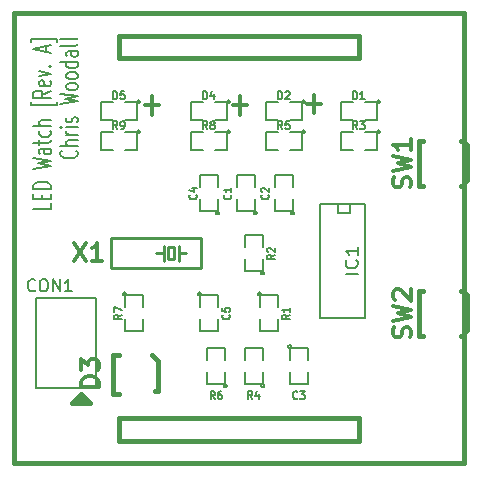
<source format=gto>
G04 (created by PCBNEW-RS274X (2011-nov-30)-testing) date Sat 15 Sep 2012 10:52:54 AM EDT*
%MOIN*%
G04 Gerber Fmt 3.4, Leading zero omitted, Abs format*
%FSLAX34Y34*%
G01*
G70*
G90*
G04 APERTURE LIST*
%ADD10C,0.006*%
%ADD11C,0.012*%
%ADD12C,0.015*%
%ADD13C,0.005*%
%ADD14C,0.01*%
%ADD15C,0.008*%
G04 APERTURE END LIST*
G54D10*
G54D11*
X85772Y-52019D02*
X86229Y-52019D01*
X86000Y-52324D02*
X86000Y-51714D01*
X83322Y-52069D02*
X83779Y-52069D01*
X83550Y-52374D02*
X83550Y-51764D01*
X80372Y-52069D02*
X80829Y-52069D01*
X80600Y-52374D02*
X80600Y-51764D01*
G54D10*
X77243Y-55333D02*
X77243Y-55524D01*
X76643Y-55524D01*
X76929Y-55200D02*
X76929Y-55066D01*
X77243Y-55009D02*
X77243Y-55200D01*
X76643Y-55200D01*
X76643Y-55009D01*
X77243Y-54838D02*
X76643Y-54838D01*
X76643Y-54743D01*
X76671Y-54685D01*
X76729Y-54647D01*
X76786Y-54628D01*
X76900Y-54609D01*
X76986Y-54609D01*
X77100Y-54628D01*
X77157Y-54647D01*
X77214Y-54685D01*
X77243Y-54743D01*
X77243Y-54838D01*
X76643Y-54171D02*
X77243Y-54076D01*
X76814Y-53999D01*
X77243Y-53923D01*
X76643Y-53828D01*
X77243Y-53504D02*
X76929Y-53504D01*
X76871Y-53523D01*
X76843Y-53561D01*
X76843Y-53638D01*
X76871Y-53676D01*
X77214Y-53504D02*
X77243Y-53542D01*
X77243Y-53638D01*
X77214Y-53676D01*
X77157Y-53695D01*
X77100Y-53695D01*
X77043Y-53676D01*
X77014Y-53638D01*
X77014Y-53542D01*
X76986Y-53504D01*
X76843Y-53371D02*
X76843Y-53219D01*
X76643Y-53314D02*
X77157Y-53314D01*
X77214Y-53295D01*
X77243Y-53257D01*
X77243Y-53219D01*
X77214Y-52913D02*
X77243Y-52951D01*
X77243Y-53028D01*
X77214Y-53066D01*
X77186Y-53085D01*
X77129Y-53104D01*
X76957Y-53104D01*
X76900Y-53085D01*
X76871Y-53066D01*
X76843Y-53028D01*
X76843Y-52951D01*
X76871Y-52913D01*
X77243Y-52742D02*
X76643Y-52742D01*
X77243Y-52570D02*
X76929Y-52570D01*
X76871Y-52589D01*
X76843Y-52627D01*
X76843Y-52685D01*
X76871Y-52723D01*
X76900Y-52742D01*
X77443Y-51960D02*
X77443Y-52056D01*
X76586Y-52056D01*
X76586Y-51960D01*
X77243Y-51579D02*
X76957Y-51713D01*
X77243Y-51808D02*
X76643Y-51808D01*
X76643Y-51655D01*
X76671Y-51617D01*
X76700Y-51598D01*
X76757Y-51579D01*
X76843Y-51579D01*
X76900Y-51598D01*
X76929Y-51617D01*
X76957Y-51655D01*
X76957Y-51808D01*
X77214Y-51255D02*
X77243Y-51293D01*
X77243Y-51370D01*
X77214Y-51408D01*
X77157Y-51427D01*
X76929Y-51427D01*
X76871Y-51408D01*
X76843Y-51370D01*
X76843Y-51293D01*
X76871Y-51255D01*
X76929Y-51236D01*
X76986Y-51236D01*
X77043Y-51427D01*
X76843Y-51103D02*
X77243Y-51008D01*
X76843Y-50912D01*
X77186Y-50760D02*
X77214Y-50741D01*
X77243Y-50760D01*
X77214Y-50779D01*
X77186Y-50760D01*
X77243Y-50760D01*
X77071Y-50284D02*
X77071Y-50093D01*
X77243Y-50322D02*
X76643Y-50189D01*
X77243Y-50055D01*
X77443Y-49960D02*
X77443Y-49865D01*
X76586Y-49865D01*
X76586Y-49960D01*
X78086Y-53580D02*
X78114Y-53599D01*
X78143Y-53656D01*
X78143Y-53694D01*
X78114Y-53752D01*
X78057Y-53790D01*
X78000Y-53809D01*
X77886Y-53828D01*
X77800Y-53828D01*
X77686Y-53809D01*
X77629Y-53790D01*
X77571Y-53752D01*
X77543Y-53694D01*
X77543Y-53656D01*
X77571Y-53599D01*
X77600Y-53580D01*
X78143Y-53409D02*
X77543Y-53409D01*
X78143Y-53237D02*
X77829Y-53237D01*
X77771Y-53256D01*
X77743Y-53294D01*
X77743Y-53352D01*
X77771Y-53390D01*
X77800Y-53409D01*
X78143Y-53047D02*
X77743Y-53047D01*
X77857Y-53047D02*
X77800Y-53028D01*
X77771Y-53009D01*
X77743Y-52971D01*
X77743Y-52932D01*
X78143Y-52799D02*
X77743Y-52799D01*
X77543Y-52799D02*
X77571Y-52818D01*
X77600Y-52799D01*
X77571Y-52780D01*
X77543Y-52799D01*
X77600Y-52799D01*
X78114Y-52628D02*
X78143Y-52590D01*
X78143Y-52514D01*
X78114Y-52475D01*
X78057Y-52456D01*
X78029Y-52456D01*
X77971Y-52475D01*
X77943Y-52514D01*
X77943Y-52571D01*
X77914Y-52609D01*
X77857Y-52628D01*
X77829Y-52628D01*
X77771Y-52609D01*
X77743Y-52571D01*
X77743Y-52514D01*
X77771Y-52475D01*
X77543Y-52018D02*
X78143Y-51923D01*
X77714Y-51846D01*
X78143Y-51770D01*
X77543Y-51675D01*
X78143Y-51466D02*
X78114Y-51504D01*
X78086Y-51523D01*
X78029Y-51542D01*
X77857Y-51542D01*
X77800Y-51523D01*
X77771Y-51504D01*
X77743Y-51466D01*
X77743Y-51408D01*
X77771Y-51370D01*
X77800Y-51351D01*
X77857Y-51332D01*
X78029Y-51332D01*
X78086Y-51351D01*
X78114Y-51370D01*
X78143Y-51408D01*
X78143Y-51466D01*
X78143Y-51104D02*
X78114Y-51142D01*
X78086Y-51161D01*
X78029Y-51180D01*
X77857Y-51180D01*
X77800Y-51161D01*
X77771Y-51142D01*
X77743Y-51104D01*
X77743Y-51046D01*
X77771Y-51008D01*
X77800Y-50989D01*
X77857Y-50970D01*
X78029Y-50970D01*
X78086Y-50989D01*
X78114Y-51008D01*
X78143Y-51046D01*
X78143Y-51104D01*
X78143Y-50627D02*
X77543Y-50627D01*
X78114Y-50627D02*
X78143Y-50665D01*
X78143Y-50742D01*
X78114Y-50780D01*
X78086Y-50799D01*
X78029Y-50818D01*
X77857Y-50818D01*
X77800Y-50799D01*
X77771Y-50780D01*
X77743Y-50742D01*
X77743Y-50665D01*
X77771Y-50627D01*
X78143Y-50265D02*
X77829Y-50265D01*
X77771Y-50284D01*
X77743Y-50322D01*
X77743Y-50399D01*
X77771Y-50437D01*
X78114Y-50265D02*
X78143Y-50303D01*
X78143Y-50399D01*
X78114Y-50437D01*
X78057Y-50456D01*
X78000Y-50456D01*
X77943Y-50437D01*
X77914Y-50399D01*
X77914Y-50303D01*
X77886Y-50265D01*
X78143Y-50018D02*
X78114Y-50056D01*
X78057Y-50075D01*
X77543Y-50075D01*
X78143Y-49808D02*
X78114Y-49846D01*
X78057Y-49865D01*
X77543Y-49865D01*
G54D12*
X78350Y-62000D02*
X78400Y-62000D01*
X78200Y-61850D02*
X78350Y-62000D01*
X78050Y-62000D02*
X78200Y-61850D01*
X78250Y-62000D02*
X78050Y-62000D01*
X78250Y-61700D02*
X78250Y-62000D01*
X78550Y-62000D02*
X78250Y-61700D01*
X77950Y-62000D02*
X78550Y-62000D01*
X78250Y-61700D02*
X77950Y-62000D01*
X79500Y-62500D02*
X87500Y-62500D01*
X87500Y-62500D02*
X87500Y-63250D01*
X87500Y-63250D02*
X79500Y-63250D01*
X79500Y-63250D02*
X79500Y-62500D01*
X79500Y-50500D02*
X79500Y-49750D01*
X87500Y-50500D02*
X79500Y-50500D01*
X87500Y-49750D02*
X87500Y-50500D01*
X79500Y-49750D02*
X87500Y-49750D01*
X91000Y-64000D02*
X91000Y-49000D01*
X76000Y-64000D02*
X91000Y-64000D01*
X76000Y-49000D02*
X76000Y-64000D01*
X76000Y-64000D02*
X76000Y-49000D01*
X76000Y-49000D02*
X91000Y-49000D01*
G54D13*
X84350Y-57650D02*
X84349Y-57659D01*
X84346Y-57669D01*
X84341Y-57677D01*
X84335Y-57685D01*
X84327Y-57691D01*
X84319Y-57696D01*
X84310Y-57698D01*
X84300Y-57699D01*
X84291Y-57699D01*
X84282Y-57696D01*
X84273Y-57691D01*
X84266Y-57685D01*
X84259Y-57678D01*
X84255Y-57669D01*
X84252Y-57660D01*
X84251Y-57650D01*
X84251Y-57641D01*
X84254Y-57632D01*
X84258Y-57623D01*
X84265Y-57616D01*
X84272Y-57609D01*
X84280Y-57605D01*
X84290Y-57602D01*
X84299Y-57601D01*
X84308Y-57601D01*
X84318Y-57604D01*
X84326Y-57608D01*
X84334Y-57614D01*
X84340Y-57622D01*
X84345Y-57630D01*
X84348Y-57639D01*
X84349Y-57649D01*
X84350Y-57650D01*
X84300Y-57200D02*
X84300Y-57600D01*
X84300Y-57600D02*
X83700Y-57600D01*
X83700Y-57600D02*
X83700Y-57200D01*
X83700Y-56800D02*
X83700Y-56400D01*
X83700Y-56400D02*
X84300Y-56400D01*
X84300Y-56400D02*
X84300Y-56800D01*
X84250Y-58350D02*
X84249Y-58359D01*
X84246Y-58369D01*
X84241Y-58377D01*
X84235Y-58385D01*
X84227Y-58391D01*
X84219Y-58396D01*
X84210Y-58398D01*
X84200Y-58399D01*
X84191Y-58399D01*
X84182Y-58396D01*
X84173Y-58391D01*
X84166Y-58385D01*
X84159Y-58378D01*
X84155Y-58369D01*
X84152Y-58360D01*
X84151Y-58350D01*
X84151Y-58341D01*
X84154Y-58332D01*
X84158Y-58323D01*
X84165Y-58316D01*
X84172Y-58309D01*
X84180Y-58305D01*
X84190Y-58302D01*
X84199Y-58301D01*
X84208Y-58301D01*
X84218Y-58304D01*
X84226Y-58308D01*
X84234Y-58314D01*
X84240Y-58322D01*
X84245Y-58330D01*
X84248Y-58339D01*
X84249Y-58349D01*
X84250Y-58350D01*
X84200Y-58800D02*
X84200Y-58400D01*
X84200Y-58400D02*
X84800Y-58400D01*
X84800Y-58400D02*
X84800Y-58800D01*
X84800Y-59200D02*
X84800Y-59600D01*
X84800Y-59600D02*
X84200Y-59600D01*
X84200Y-59600D02*
X84200Y-59200D01*
X85350Y-55650D02*
X85349Y-55659D01*
X85346Y-55669D01*
X85341Y-55677D01*
X85335Y-55685D01*
X85327Y-55691D01*
X85319Y-55696D01*
X85310Y-55698D01*
X85300Y-55699D01*
X85291Y-55699D01*
X85282Y-55696D01*
X85273Y-55691D01*
X85266Y-55685D01*
X85259Y-55678D01*
X85255Y-55669D01*
X85252Y-55660D01*
X85251Y-55650D01*
X85251Y-55641D01*
X85254Y-55632D01*
X85258Y-55623D01*
X85265Y-55616D01*
X85272Y-55609D01*
X85280Y-55605D01*
X85290Y-55602D01*
X85299Y-55601D01*
X85308Y-55601D01*
X85318Y-55604D01*
X85326Y-55608D01*
X85334Y-55614D01*
X85340Y-55622D01*
X85345Y-55630D01*
X85348Y-55639D01*
X85349Y-55649D01*
X85350Y-55650D01*
X85300Y-55200D02*
X85300Y-55600D01*
X85300Y-55600D02*
X84700Y-55600D01*
X84700Y-55600D02*
X84700Y-55200D01*
X84700Y-54800D02*
X84700Y-54400D01*
X84700Y-54400D02*
X85300Y-54400D01*
X85300Y-54400D02*
X85300Y-54800D01*
X84100Y-55650D02*
X84099Y-55659D01*
X84096Y-55669D01*
X84091Y-55677D01*
X84085Y-55685D01*
X84077Y-55691D01*
X84069Y-55696D01*
X84060Y-55698D01*
X84050Y-55699D01*
X84041Y-55699D01*
X84032Y-55696D01*
X84023Y-55691D01*
X84016Y-55685D01*
X84009Y-55678D01*
X84005Y-55669D01*
X84002Y-55660D01*
X84001Y-55650D01*
X84001Y-55641D01*
X84004Y-55632D01*
X84008Y-55623D01*
X84015Y-55616D01*
X84022Y-55609D01*
X84030Y-55605D01*
X84040Y-55602D01*
X84049Y-55601D01*
X84058Y-55601D01*
X84068Y-55604D01*
X84076Y-55608D01*
X84084Y-55614D01*
X84090Y-55622D01*
X84095Y-55630D01*
X84098Y-55639D01*
X84099Y-55649D01*
X84100Y-55650D01*
X84050Y-55200D02*
X84050Y-55600D01*
X84050Y-55600D02*
X83450Y-55600D01*
X83450Y-55600D02*
X83450Y-55200D01*
X83450Y-54800D02*
X83450Y-54400D01*
X83450Y-54400D02*
X84050Y-54400D01*
X84050Y-54400D02*
X84050Y-54800D01*
X82850Y-55650D02*
X82849Y-55659D01*
X82846Y-55669D01*
X82841Y-55677D01*
X82835Y-55685D01*
X82827Y-55691D01*
X82819Y-55696D01*
X82810Y-55698D01*
X82800Y-55699D01*
X82791Y-55699D01*
X82782Y-55696D01*
X82773Y-55691D01*
X82766Y-55685D01*
X82759Y-55678D01*
X82755Y-55669D01*
X82752Y-55660D01*
X82751Y-55650D01*
X82751Y-55641D01*
X82754Y-55632D01*
X82758Y-55623D01*
X82765Y-55616D01*
X82772Y-55609D01*
X82780Y-55605D01*
X82790Y-55602D01*
X82799Y-55601D01*
X82808Y-55601D01*
X82818Y-55604D01*
X82826Y-55608D01*
X82834Y-55614D01*
X82840Y-55622D01*
X82845Y-55630D01*
X82848Y-55639D01*
X82849Y-55649D01*
X82850Y-55650D01*
X82800Y-55200D02*
X82800Y-55600D01*
X82800Y-55600D02*
X82200Y-55600D01*
X82200Y-55600D02*
X82200Y-55200D01*
X82200Y-54800D02*
X82200Y-54400D01*
X82200Y-54400D02*
X82800Y-54400D01*
X82800Y-54400D02*
X82800Y-54800D01*
G54D14*
X81150Y-56800D02*
X81350Y-56800D01*
X81350Y-56800D02*
X81350Y-57200D01*
X81350Y-57200D02*
X81150Y-57200D01*
X81150Y-57200D02*
X81150Y-56800D01*
X81500Y-56750D02*
X81500Y-57250D01*
X81500Y-57250D02*
X81500Y-57000D01*
X81500Y-57000D02*
X81750Y-57000D01*
X80750Y-57000D02*
X81000Y-57000D01*
X81000Y-57000D02*
X81000Y-56750D01*
X81000Y-56750D02*
X81000Y-57250D01*
X82250Y-57500D02*
X82250Y-56500D01*
X82250Y-56500D02*
X79250Y-56500D01*
X79250Y-56500D02*
X79250Y-57500D01*
X79250Y-57500D02*
X82250Y-57500D01*
G54D12*
X91000Y-59750D02*
X90900Y-59750D01*
X91000Y-58250D02*
X90900Y-58250D01*
X91000Y-59650D02*
X91100Y-59550D01*
X91100Y-59550D02*
X91100Y-58400D01*
X91100Y-58400D02*
X91000Y-58300D01*
X91000Y-58300D02*
X91000Y-59750D01*
X91000Y-59550D02*
X91100Y-59550D01*
X91100Y-59550D02*
X91100Y-58400D01*
X91100Y-58400D02*
X91000Y-58400D01*
X89500Y-58250D02*
X89650Y-58250D01*
X89500Y-59750D02*
X89650Y-59750D01*
X89500Y-59750D02*
X89500Y-58250D01*
X91000Y-58250D02*
X91000Y-59750D01*
X91000Y-54750D02*
X90900Y-54750D01*
X91000Y-53250D02*
X90900Y-53250D01*
X91000Y-54650D02*
X91100Y-54550D01*
X91100Y-54550D02*
X91100Y-53400D01*
X91100Y-53400D02*
X91000Y-53300D01*
X91000Y-53300D02*
X91000Y-54750D01*
X91000Y-54550D02*
X91100Y-54550D01*
X91100Y-54550D02*
X91100Y-53400D01*
X91100Y-53400D02*
X91000Y-53400D01*
X89500Y-53250D02*
X89650Y-53250D01*
X89500Y-54750D02*
X89650Y-54750D01*
X89500Y-54750D02*
X89500Y-53250D01*
X91000Y-53250D02*
X91000Y-54750D01*
G54D15*
X87700Y-55350D02*
X87700Y-59150D01*
X87700Y-59150D02*
X86200Y-59150D01*
X86200Y-59150D02*
X86200Y-55350D01*
X86200Y-55350D02*
X87700Y-55350D01*
X87200Y-55350D02*
X87200Y-55650D01*
X87200Y-55650D02*
X86800Y-55650D01*
X86800Y-55650D02*
X86800Y-55350D01*
G54D13*
X80200Y-52950D02*
X80199Y-52959D01*
X80196Y-52969D01*
X80191Y-52977D01*
X80185Y-52985D01*
X80177Y-52991D01*
X80169Y-52996D01*
X80160Y-52998D01*
X80150Y-52999D01*
X80141Y-52999D01*
X80132Y-52996D01*
X80123Y-52991D01*
X80116Y-52985D01*
X80109Y-52978D01*
X80105Y-52969D01*
X80102Y-52960D01*
X80101Y-52950D01*
X80101Y-52941D01*
X80104Y-52932D01*
X80108Y-52923D01*
X80115Y-52916D01*
X80122Y-52909D01*
X80130Y-52905D01*
X80140Y-52902D01*
X80149Y-52901D01*
X80158Y-52901D01*
X80168Y-52904D01*
X80176Y-52908D01*
X80184Y-52914D01*
X80190Y-52922D01*
X80195Y-52930D01*
X80198Y-52939D01*
X80199Y-52949D01*
X80200Y-52950D01*
X79700Y-52950D02*
X80100Y-52950D01*
X80100Y-52950D02*
X80100Y-53550D01*
X80100Y-53550D02*
X79700Y-53550D01*
X79300Y-53550D02*
X78900Y-53550D01*
X78900Y-53550D02*
X78900Y-52950D01*
X78900Y-52950D02*
X79300Y-52950D01*
X85250Y-60100D02*
X85249Y-60109D01*
X85246Y-60119D01*
X85241Y-60127D01*
X85235Y-60135D01*
X85227Y-60141D01*
X85219Y-60146D01*
X85210Y-60148D01*
X85200Y-60149D01*
X85191Y-60149D01*
X85182Y-60146D01*
X85173Y-60141D01*
X85166Y-60135D01*
X85159Y-60128D01*
X85155Y-60119D01*
X85152Y-60110D01*
X85151Y-60100D01*
X85151Y-60091D01*
X85154Y-60082D01*
X85158Y-60073D01*
X85165Y-60066D01*
X85172Y-60059D01*
X85180Y-60055D01*
X85190Y-60052D01*
X85199Y-60051D01*
X85208Y-60051D01*
X85218Y-60054D01*
X85226Y-60058D01*
X85234Y-60064D01*
X85240Y-60072D01*
X85245Y-60080D01*
X85248Y-60089D01*
X85249Y-60099D01*
X85250Y-60100D01*
X85200Y-60550D02*
X85200Y-60150D01*
X85200Y-60150D02*
X85800Y-60150D01*
X85800Y-60150D02*
X85800Y-60550D01*
X85800Y-60950D02*
X85800Y-61350D01*
X85800Y-61350D02*
X85200Y-61350D01*
X85200Y-61350D02*
X85200Y-60950D01*
X88200Y-52950D02*
X88199Y-52959D01*
X88196Y-52969D01*
X88191Y-52977D01*
X88185Y-52985D01*
X88177Y-52991D01*
X88169Y-52996D01*
X88160Y-52998D01*
X88150Y-52999D01*
X88141Y-52999D01*
X88132Y-52996D01*
X88123Y-52991D01*
X88116Y-52985D01*
X88109Y-52978D01*
X88105Y-52969D01*
X88102Y-52960D01*
X88101Y-52950D01*
X88101Y-52941D01*
X88104Y-52932D01*
X88108Y-52923D01*
X88115Y-52916D01*
X88122Y-52909D01*
X88130Y-52905D01*
X88140Y-52902D01*
X88149Y-52901D01*
X88158Y-52901D01*
X88168Y-52904D01*
X88176Y-52908D01*
X88184Y-52914D01*
X88190Y-52922D01*
X88195Y-52930D01*
X88198Y-52939D01*
X88199Y-52949D01*
X88200Y-52950D01*
X87700Y-52950D02*
X88100Y-52950D01*
X88100Y-52950D02*
X88100Y-53550D01*
X88100Y-53550D02*
X87700Y-53550D01*
X87300Y-53550D02*
X86900Y-53550D01*
X86900Y-53550D02*
X86900Y-52950D01*
X86900Y-52950D02*
X87300Y-52950D01*
X85700Y-52950D02*
X85699Y-52959D01*
X85696Y-52969D01*
X85691Y-52977D01*
X85685Y-52985D01*
X85677Y-52991D01*
X85669Y-52996D01*
X85660Y-52998D01*
X85650Y-52999D01*
X85641Y-52999D01*
X85632Y-52996D01*
X85623Y-52991D01*
X85616Y-52985D01*
X85609Y-52978D01*
X85605Y-52969D01*
X85602Y-52960D01*
X85601Y-52950D01*
X85601Y-52941D01*
X85604Y-52932D01*
X85608Y-52923D01*
X85615Y-52916D01*
X85622Y-52909D01*
X85630Y-52905D01*
X85640Y-52902D01*
X85649Y-52901D01*
X85658Y-52901D01*
X85668Y-52904D01*
X85676Y-52908D01*
X85684Y-52914D01*
X85690Y-52922D01*
X85695Y-52930D01*
X85698Y-52939D01*
X85699Y-52949D01*
X85700Y-52950D01*
X85200Y-52950D02*
X85600Y-52950D01*
X85600Y-52950D02*
X85600Y-53550D01*
X85600Y-53550D02*
X85200Y-53550D01*
X84800Y-53550D02*
X84400Y-53550D01*
X84400Y-53550D02*
X84400Y-52950D01*
X84400Y-52950D02*
X84800Y-52950D01*
X83200Y-52950D02*
X83199Y-52959D01*
X83196Y-52969D01*
X83191Y-52977D01*
X83185Y-52985D01*
X83177Y-52991D01*
X83169Y-52996D01*
X83160Y-52998D01*
X83150Y-52999D01*
X83141Y-52999D01*
X83132Y-52996D01*
X83123Y-52991D01*
X83116Y-52985D01*
X83109Y-52978D01*
X83105Y-52969D01*
X83102Y-52960D01*
X83101Y-52950D01*
X83101Y-52941D01*
X83104Y-52932D01*
X83108Y-52923D01*
X83115Y-52916D01*
X83122Y-52909D01*
X83130Y-52905D01*
X83140Y-52902D01*
X83149Y-52901D01*
X83158Y-52901D01*
X83168Y-52904D01*
X83176Y-52908D01*
X83184Y-52914D01*
X83190Y-52922D01*
X83195Y-52930D01*
X83198Y-52939D01*
X83199Y-52949D01*
X83200Y-52950D01*
X82700Y-52950D02*
X83100Y-52950D01*
X83100Y-52950D02*
X83100Y-53550D01*
X83100Y-53550D02*
X82700Y-53550D01*
X82300Y-53550D02*
X81900Y-53550D01*
X81900Y-53550D02*
X81900Y-52950D01*
X81900Y-52950D02*
X82300Y-52950D01*
X84350Y-61400D02*
X84349Y-61409D01*
X84346Y-61419D01*
X84341Y-61427D01*
X84335Y-61435D01*
X84327Y-61441D01*
X84319Y-61446D01*
X84310Y-61448D01*
X84300Y-61449D01*
X84291Y-61449D01*
X84282Y-61446D01*
X84273Y-61441D01*
X84266Y-61435D01*
X84259Y-61428D01*
X84255Y-61419D01*
X84252Y-61410D01*
X84251Y-61400D01*
X84251Y-61391D01*
X84254Y-61382D01*
X84258Y-61373D01*
X84265Y-61366D01*
X84272Y-61359D01*
X84280Y-61355D01*
X84290Y-61352D01*
X84299Y-61351D01*
X84308Y-61351D01*
X84318Y-61354D01*
X84326Y-61358D01*
X84334Y-61364D01*
X84340Y-61372D01*
X84345Y-61380D01*
X84348Y-61389D01*
X84349Y-61399D01*
X84350Y-61400D01*
X84300Y-60950D02*
X84300Y-61350D01*
X84300Y-61350D02*
X83700Y-61350D01*
X83700Y-61350D02*
X83700Y-60950D01*
X83700Y-60550D02*
X83700Y-60150D01*
X83700Y-60150D02*
X84300Y-60150D01*
X84300Y-60150D02*
X84300Y-60550D01*
X83100Y-61400D02*
X83099Y-61409D01*
X83096Y-61419D01*
X83091Y-61427D01*
X83085Y-61435D01*
X83077Y-61441D01*
X83069Y-61446D01*
X83060Y-61448D01*
X83050Y-61449D01*
X83041Y-61449D01*
X83032Y-61446D01*
X83023Y-61441D01*
X83016Y-61435D01*
X83009Y-61428D01*
X83005Y-61419D01*
X83002Y-61410D01*
X83001Y-61400D01*
X83001Y-61391D01*
X83004Y-61382D01*
X83008Y-61373D01*
X83015Y-61366D01*
X83022Y-61359D01*
X83030Y-61355D01*
X83040Y-61352D01*
X83049Y-61351D01*
X83058Y-61351D01*
X83068Y-61354D01*
X83076Y-61358D01*
X83084Y-61364D01*
X83090Y-61372D01*
X83095Y-61380D01*
X83098Y-61389D01*
X83099Y-61399D01*
X83100Y-61400D01*
X83050Y-60950D02*
X83050Y-61350D01*
X83050Y-61350D02*
X82450Y-61350D01*
X82450Y-61350D02*
X82450Y-60950D01*
X82450Y-60550D02*
X82450Y-60150D01*
X82450Y-60150D02*
X83050Y-60150D01*
X83050Y-60150D02*
X83050Y-60550D01*
X79750Y-58350D02*
X79749Y-58359D01*
X79746Y-58369D01*
X79741Y-58377D01*
X79735Y-58385D01*
X79727Y-58391D01*
X79719Y-58396D01*
X79710Y-58398D01*
X79700Y-58399D01*
X79691Y-58399D01*
X79682Y-58396D01*
X79673Y-58391D01*
X79666Y-58385D01*
X79659Y-58378D01*
X79655Y-58369D01*
X79652Y-58360D01*
X79651Y-58350D01*
X79651Y-58341D01*
X79654Y-58332D01*
X79658Y-58323D01*
X79665Y-58316D01*
X79672Y-58309D01*
X79680Y-58305D01*
X79690Y-58302D01*
X79699Y-58301D01*
X79708Y-58301D01*
X79718Y-58304D01*
X79726Y-58308D01*
X79734Y-58314D01*
X79740Y-58322D01*
X79745Y-58330D01*
X79748Y-58339D01*
X79749Y-58349D01*
X79750Y-58350D01*
X79700Y-58800D02*
X79700Y-58400D01*
X79700Y-58400D02*
X80300Y-58400D01*
X80300Y-58400D02*
X80300Y-58800D01*
X80300Y-59200D02*
X80300Y-59600D01*
X80300Y-59600D02*
X79700Y-59600D01*
X79700Y-59600D02*
X79700Y-59200D01*
X80200Y-51950D02*
X80199Y-51959D01*
X80196Y-51969D01*
X80191Y-51977D01*
X80185Y-51985D01*
X80177Y-51991D01*
X80169Y-51996D01*
X80160Y-51998D01*
X80150Y-51999D01*
X80141Y-51999D01*
X80132Y-51996D01*
X80123Y-51991D01*
X80116Y-51985D01*
X80109Y-51978D01*
X80105Y-51969D01*
X80102Y-51960D01*
X80101Y-51950D01*
X80101Y-51941D01*
X80104Y-51932D01*
X80108Y-51923D01*
X80115Y-51916D01*
X80122Y-51909D01*
X80130Y-51905D01*
X80140Y-51902D01*
X80149Y-51901D01*
X80158Y-51901D01*
X80168Y-51904D01*
X80176Y-51908D01*
X80184Y-51914D01*
X80190Y-51922D01*
X80195Y-51930D01*
X80198Y-51939D01*
X80199Y-51949D01*
X80200Y-51950D01*
X79700Y-51950D02*
X80100Y-51950D01*
X80100Y-51950D02*
X80100Y-52550D01*
X80100Y-52550D02*
X79700Y-52550D01*
X79300Y-52550D02*
X78900Y-52550D01*
X78900Y-52550D02*
X78900Y-51950D01*
X78900Y-51950D02*
X79300Y-51950D01*
X83200Y-51950D02*
X83199Y-51959D01*
X83196Y-51969D01*
X83191Y-51977D01*
X83185Y-51985D01*
X83177Y-51991D01*
X83169Y-51996D01*
X83160Y-51998D01*
X83150Y-51999D01*
X83141Y-51999D01*
X83132Y-51996D01*
X83123Y-51991D01*
X83116Y-51985D01*
X83109Y-51978D01*
X83105Y-51969D01*
X83102Y-51960D01*
X83101Y-51950D01*
X83101Y-51941D01*
X83104Y-51932D01*
X83108Y-51923D01*
X83115Y-51916D01*
X83122Y-51909D01*
X83130Y-51905D01*
X83140Y-51902D01*
X83149Y-51901D01*
X83158Y-51901D01*
X83168Y-51904D01*
X83176Y-51908D01*
X83184Y-51914D01*
X83190Y-51922D01*
X83195Y-51930D01*
X83198Y-51939D01*
X83199Y-51949D01*
X83200Y-51950D01*
X82700Y-51950D02*
X83100Y-51950D01*
X83100Y-51950D02*
X83100Y-52550D01*
X83100Y-52550D02*
X82700Y-52550D01*
X82300Y-52550D02*
X81900Y-52550D01*
X81900Y-52550D02*
X81900Y-51950D01*
X81900Y-51950D02*
X82300Y-51950D01*
X85700Y-51950D02*
X85699Y-51959D01*
X85696Y-51969D01*
X85691Y-51977D01*
X85685Y-51985D01*
X85677Y-51991D01*
X85669Y-51996D01*
X85660Y-51998D01*
X85650Y-51999D01*
X85641Y-51999D01*
X85632Y-51996D01*
X85623Y-51991D01*
X85616Y-51985D01*
X85609Y-51978D01*
X85605Y-51969D01*
X85602Y-51960D01*
X85601Y-51950D01*
X85601Y-51941D01*
X85604Y-51932D01*
X85608Y-51923D01*
X85615Y-51916D01*
X85622Y-51909D01*
X85630Y-51905D01*
X85640Y-51902D01*
X85649Y-51901D01*
X85658Y-51901D01*
X85668Y-51904D01*
X85676Y-51908D01*
X85684Y-51914D01*
X85690Y-51922D01*
X85695Y-51930D01*
X85698Y-51939D01*
X85699Y-51949D01*
X85700Y-51950D01*
X85200Y-51950D02*
X85600Y-51950D01*
X85600Y-51950D02*
X85600Y-52550D01*
X85600Y-52550D02*
X85200Y-52550D01*
X84800Y-52550D02*
X84400Y-52550D01*
X84400Y-52550D02*
X84400Y-51950D01*
X84400Y-51950D02*
X84800Y-51950D01*
X88200Y-51950D02*
X88199Y-51959D01*
X88196Y-51969D01*
X88191Y-51977D01*
X88185Y-51985D01*
X88177Y-51991D01*
X88169Y-51996D01*
X88160Y-51998D01*
X88150Y-51999D01*
X88141Y-51999D01*
X88132Y-51996D01*
X88123Y-51991D01*
X88116Y-51985D01*
X88109Y-51978D01*
X88105Y-51969D01*
X88102Y-51960D01*
X88101Y-51950D01*
X88101Y-51941D01*
X88104Y-51932D01*
X88108Y-51923D01*
X88115Y-51916D01*
X88122Y-51909D01*
X88130Y-51905D01*
X88140Y-51902D01*
X88149Y-51901D01*
X88158Y-51901D01*
X88168Y-51904D01*
X88176Y-51908D01*
X88184Y-51914D01*
X88190Y-51922D01*
X88195Y-51930D01*
X88198Y-51939D01*
X88199Y-51949D01*
X88200Y-51950D01*
X87700Y-51950D02*
X88100Y-51950D01*
X88100Y-51950D02*
X88100Y-52550D01*
X88100Y-52550D02*
X87700Y-52550D01*
X87300Y-52550D02*
X86900Y-52550D01*
X86900Y-52550D02*
X86900Y-51950D01*
X86900Y-51950D02*
X87300Y-51950D01*
X82250Y-58350D02*
X82249Y-58359D01*
X82246Y-58369D01*
X82241Y-58377D01*
X82235Y-58385D01*
X82227Y-58391D01*
X82219Y-58396D01*
X82210Y-58398D01*
X82200Y-58399D01*
X82191Y-58399D01*
X82182Y-58396D01*
X82173Y-58391D01*
X82166Y-58385D01*
X82159Y-58378D01*
X82155Y-58369D01*
X82152Y-58360D01*
X82151Y-58350D01*
X82151Y-58341D01*
X82154Y-58332D01*
X82158Y-58323D01*
X82165Y-58316D01*
X82172Y-58309D01*
X82180Y-58305D01*
X82190Y-58302D01*
X82199Y-58301D01*
X82208Y-58301D01*
X82218Y-58304D01*
X82226Y-58308D01*
X82234Y-58314D01*
X82240Y-58322D01*
X82245Y-58330D01*
X82248Y-58339D01*
X82249Y-58349D01*
X82250Y-58350D01*
X82200Y-58800D02*
X82200Y-58400D01*
X82200Y-58400D02*
X82800Y-58400D01*
X82800Y-58400D02*
X82800Y-58800D01*
X82800Y-59200D02*
X82800Y-59600D01*
X82800Y-59600D02*
X82200Y-59600D01*
X82200Y-59600D02*
X82200Y-59200D01*
G54D15*
X78750Y-58500D02*
X78750Y-61500D01*
X76750Y-61500D02*
X76750Y-58500D01*
X76750Y-58500D02*
X78750Y-58500D01*
X78750Y-61500D02*
X76750Y-61500D01*
G54D12*
X79500Y-60400D02*
X79300Y-60400D01*
X79300Y-60400D02*
X79300Y-61700D01*
X79300Y-61700D02*
X79500Y-61700D01*
X80600Y-60400D02*
X80800Y-60600D01*
X80800Y-60600D02*
X80800Y-61600D01*
X80800Y-61600D02*
X80700Y-61600D01*
G54D13*
X84701Y-57042D02*
X84582Y-57125D01*
X84701Y-57184D02*
X84451Y-57184D01*
X84451Y-57089D01*
X84463Y-57065D01*
X84475Y-57054D01*
X84499Y-57042D01*
X84535Y-57042D01*
X84558Y-57054D01*
X84570Y-57065D01*
X84582Y-57089D01*
X84582Y-57184D01*
X84475Y-56946D02*
X84463Y-56934D01*
X84451Y-56911D01*
X84451Y-56851D01*
X84463Y-56827D01*
X84475Y-56815D01*
X84499Y-56804D01*
X84523Y-56804D01*
X84558Y-56815D01*
X84701Y-56958D01*
X84701Y-56804D01*
X85201Y-59042D02*
X85082Y-59125D01*
X85201Y-59184D02*
X84951Y-59184D01*
X84951Y-59089D01*
X84963Y-59065D01*
X84975Y-59054D01*
X84999Y-59042D01*
X85035Y-59042D01*
X85058Y-59054D01*
X85070Y-59065D01*
X85082Y-59089D01*
X85082Y-59184D01*
X85201Y-58804D02*
X85201Y-58946D01*
X85201Y-58875D02*
X84951Y-58875D01*
X84987Y-58899D01*
X85011Y-58923D01*
X85023Y-58946D01*
X84477Y-55042D02*
X84489Y-55054D01*
X84501Y-55089D01*
X84501Y-55113D01*
X84489Y-55149D01*
X84465Y-55173D01*
X84442Y-55184D01*
X84394Y-55196D01*
X84358Y-55196D01*
X84311Y-55184D01*
X84287Y-55173D01*
X84263Y-55149D01*
X84251Y-55113D01*
X84251Y-55089D01*
X84263Y-55054D01*
X84275Y-55042D01*
X84275Y-54946D02*
X84263Y-54934D01*
X84251Y-54911D01*
X84251Y-54851D01*
X84263Y-54827D01*
X84275Y-54815D01*
X84299Y-54804D01*
X84323Y-54804D01*
X84358Y-54815D01*
X84501Y-54958D01*
X84501Y-54804D01*
X83227Y-55042D02*
X83239Y-55054D01*
X83251Y-55089D01*
X83251Y-55113D01*
X83239Y-55149D01*
X83215Y-55173D01*
X83192Y-55184D01*
X83144Y-55196D01*
X83108Y-55196D01*
X83061Y-55184D01*
X83037Y-55173D01*
X83013Y-55149D01*
X83001Y-55113D01*
X83001Y-55089D01*
X83013Y-55054D01*
X83025Y-55042D01*
X83251Y-54804D02*
X83251Y-54946D01*
X83251Y-54875D02*
X83001Y-54875D01*
X83037Y-54899D01*
X83061Y-54923D01*
X83073Y-54946D01*
X82077Y-55042D02*
X82089Y-55054D01*
X82101Y-55089D01*
X82101Y-55113D01*
X82089Y-55149D01*
X82065Y-55173D01*
X82042Y-55184D01*
X81994Y-55196D01*
X81958Y-55196D01*
X81911Y-55184D01*
X81887Y-55173D01*
X81863Y-55149D01*
X81851Y-55113D01*
X81851Y-55089D01*
X81863Y-55054D01*
X81875Y-55042D01*
X81935Y-54827D02*
X82101Y-54827D01*
X81839Y-54887D02*
X82018Y-54946D01*
X82018Y-54792D01*
G54D11*
X78015Y-56643D02*
X78415Y-57243D01*
X78415Y-56643D02*
X78015Y-57243D01*
X78957Y-57243D02*
X78614Y-57243D01*
X78786Y-57243D02*
X78786Y-56643D01*
X78729Y-56729D01*
X78671Y-56786D01*
X78614Y-56814D01*
X89214Y-59800D02*
X89243Y-59714D01*
X89243Y-59571D01*
X89214Y-59514D01*
X89186Y-59485D01*
X89129Y-59457D01*
X89071Y-59457D01*
X89014Y-59485D01*
X88986Y-59514D01*
X88957Y-59571D01*
X88929Y-59685D01*
X88900Y-59743D01*
X88871Y-59771D01*
X88814Y-59800D01*
X88757Y-59800D01*
X88700Y-59771D01*
X88671Y-59743D01*
X88643Y-59685D01*
X88643Y-59543D01*
X88671Y-59457D01*
X88643Y-59257D02*
X89243Y-59114D01*
X88814Y-59000D01*
X89243Y-58886D01*
X88643Y-58743D01*
X88700Y-58543D02*
X88671Y-58514D01*
X88643Y-58457D01*
X88643Y-58314D01*
X88671Y-58257D01*
X88700Y-58228D01*
X88757Y-58200D01*
X88814Y-58200D01*
X88900Y-58228D01*
X89243Y-58571D01*
X89243Y-58200D01*
X89214Y-54800D02*
X89243Y-54714D01*
X89243Y-54571D01*
X89214Y-54514D01*
X89186Y-54485D01*
X89129Y-54457D01*
X89071Y-54457D01*
X89014Y-54485D01*
X88986Y-54514D01*
X88957Y-54571D01*
X88929Y-54685D01*
X88900Y-54743D01*
X88871Y-54771D01*
X88814Y-54800D01*
X88757Y-54800D01*
X88700Y-54771D01*
X88671Y-54743D01*
X88643Y-54685D01*
X88643Y-54543D01*
X88671Y-54457D01*
X88643Y-54257D02*
X89243Y-54114D01*
X88814Y-54000D01*
X89243Y-53886D01*
X88643Y-53743D01*
X89243Y-53200D02*
X89243Y-53543D01*
X89243Y-53371D02*
X88643Y-53371D01*
X88729Y-53428D01*
X88786Y-53486D01*
X88814Y-53543D01*
G54D13*
X87462Y-57689D02*
X87062Y-57689D01*
X87424Y-57218D02*
X87443Y-57239D01*
X87462Y-57303D01*
X87462Y-57346D01*
X87443Y-57411D01*
X87405Y-57453D01*
X87367Y-57475D01*
X87290Y-57496D01*
X87233Y-57496D01*
X87157Y-57475D01*
X87119Y-57453D01*
X87081Y-57411D01*
X87062Y-57346D01*
X87062Y-57303D01*
X87081Y-57239D01*
X87100Y-57218D01*
X87462Y-56789D02*
X87462Y-57046D01*
X87462Y-56918D02*
X87062Y-56918D01*
X87119Y-56961D01*
X87157Y-57003D01*
X87176Y-57046D01*
X79458Y-52851D02*
X79375Y-52732D01*
X79316Y-52851D02*
X79316Y-52601D01*
X79411Y-52601D01*
X79435Y-52613D01*
X79446Y-52625D01*
X79458Y-52649D01*
X79458Y-52685D01*
X79446Y-52708D01*
X79435Y-52720D01*
X79411Y-52732D01*
X79316Y-52732D01*
X79577Y-52851D02*
X79625Y-52851D01*
X79649Y-52839D01*
X79661Y-52827D01*
X79685Y-52792D01*
X79696Y-52744D01*
X79696Y-52649D01*
X79685Y-52625D01*
X79673Y-52613D01*
X79649Y-52601D01*
X79601Y-52601D01*
X79577Y-52613D01*
X79566Y-52625D01*
X79554Y-52649D01*
X79554Y-52708D01*
X79566Y-52732D01*
X79577Y-52744D01*
X79601Y-52756D01*
X79649Y-52756D01*
X79673Y-52744D01*
X79685Y-52732D01*
X79696Y-52708D01*
X85458Y-61827D02*
X85446Y-61839D01*
X85411Y-61851D01*
X85387Y-61851D01*
X85351Y-61839D01*
X85327Y-61815D01*
X85316Y-61792D01*
X85304Y-61744D01*
X85304Y-61708D01*
X85316Y-61661D01*
X85327Y-61637D01*
X85351Y-61613D01*
X85387Y-61601D01*
X85411Y-61601D01*
X85446Y-61613D01*
X85458Y-61625D01*
X85542Y-61601D02*
X85696Y-61601D01*
X85613Y-61696D01*
X85649Y-61696D01*
X85673Y-61708D01*
X85685Y-61720D01*
X85696Y-61744D01*
X85696Y-61804D01*
X85685Y-61827D01*
X85673Y-61839D01*
X85649Y-61851D01*
X85577Y-61851D01*
X85554Y-61839D01*
X85542Y-61827D01*
X87458Y-52851D02*
X87375Y-52732D01*
X87316Y-52851D02*
X87316Y-52601D01*
X87411Y-52601D01*
X87435Y-52613D01*
X87446Y-52625D01*
X87458Y-52649D01*
X87458Y-52685D01*
X87446Y-52708D01*
X87435Y-52720D01*
X87411Y-52732D01*
X87316Y-52732D01*
X87542Y-52601D02*
X87696Y-52601D01*
X87613Y-52696D01*
X87649Y-52696D01*
X87673Y-52708D01*
X87685Y-52720D01*
X87696Y-52744D01*
X87696Y-52804D01*
X87685Y-52827D01*
X87673Y-52839D01*
X87649Y-52851D01*
X87577Y-52851D01*
X87554Y-52839D01*
X87542Y-52827D01*
X84958Y-52851D02*
X84875Y-52732D01*
X84816Y-52851D02*
X84816Y-52601D01*
X84911Y-52601D01*
X84935Y-52613D01*
X84946Y-52625D01*
X84958Y-52649D01*
X84958Y-52685D01*
X84946Y-52708D01*
X84935Y-52720D01*
X84911Y-52732D01*
X84816Y-52732D01*
X85185Y-52601D02*
X85066Y-52601D01*
X85054Y-52720D01*
X85066Y-52708D01*
X85089Y-52696D01*
X85149Y-52696D01*
X85173Y-52708D01*
X85185Y-52720D01*
X85196Y-52744D01*
X85196Y-52804D01*
X85185Y-52827D01*
X85173Y-52839D01*
X85149Y-52851D01*
X85089Y-52851D01*
X85066Y-52839D01*
X85054Y-52827D01*
X82458Y-52851D02*
X82375Y-52732D01*
X82316Y-52851D02*
X82316Y-52601D01*
X82411Y-52601D01*
X82435Y-52613D01*
X82446Y-52625D01*
X82458Y-52649D01*
X82458Y-52685D01*
X82446Y-52708D01*
X82435Y-52720D01*
X82411Y-52732D01*
X82316Y-52732D01*
X82601Y-52708D02*
X82577Y-52696D01*
X82566Y-52685D01*
X82554Y-52661D01*
X82554Y-52649D01*
X82566Y-52625D01*
X82577Y-52613D01*
X82601Y-52601D01*
X82649Y-52601D01*
X82673Y-52613D01*
X82685Y-52625D01*
X82696Y-52649D01*
X82696Y-52661D01*
X82685Y-52685D01*
X82673Y-52696D01*
X82649Y-52708D01*
X82601Y-52708D01*
X82577Y-52720D01*
X82566Y-52732D01*
X82554Y-52756D01*
X82554Y-52804D01*
X82566Y-52827D01*
X82577Y-52839D01*
X82601Y-52851D01*
X82649Y-52851D01*
X82673Y-52839D01*
X82685Y-52827D01*
X82696Y-52804D01*
X82696Y-52756D01*
X82685Y-52732D01*
X82673Y-52720D01*
X82649Y-52708D01*
X83958Y-61851D02*
X83875Y-61732D01*
X83816Y-61851D02*
X83816Y-61601D01*
X83911Y-61601D01*
X83935Y-61613D01*
X83946Y-61625D01*
X83958Y-61649D01*
X83958Y-61685D01*
X83946Y-61708D01*
X83935Y-61720D01*
X83911Y-61732D01*
X83816Y-61732D01*
X84173Y-61685D02*
X84173Y-61851D01*
X84113Y-61589D02*
X84054Y-61768D01*
X84208Y-61768D01*
X82708Y-61851D02*
X82625Y-61732D01*
X82566Y-61851D02*
X82566Y-61601D01*
X82661Y-61601D01*
X82685Y-61613D01*
X82696Y-61625D01*
X82708Y-61649D01*
X82708Y-61685D01*
X82696Y-61708D01*
X82685Y-61720D01*
X82661Y-61732D01*
X82566Y-61732D01*
X82923Y-61601D02*
X82875Y-61601D01*
X82851Y-61613D01*
X82839Y-61625D01*
X82816Y-61661D01*
X82804Y-61708D01*
X82804Y-61804D01*
X82816Y-61827D01*
X82827Y-61839D01*
X82851Y-61851D01*
X82899Y-61851D01*
X82923Y-61839D01*
X82935Y-61827D01*
X82946Y-61804D01*
X82946Y-61744D01*
X82935Y-61720D01*
X82923Y-61708D01*
X82899Y-61696D01*
X82851Y-61696D01*
X82827Y-61708D01*
X82816Y-61720D01*
X82804Y-61744D01*
X79601Y-59042D02*
X79482Y-59125D01*
X79601Y-59184D02*
X79351Y-59184D01*
X79351Y-59089D01*
X79363Y-59065D01*
X79375Y-59054D01*
X79399Y-59042D01*
X79435Y-59042D01*
X79458Y-59054D01*
X79470Y-59065D01*
X79482Y-59089D01*
X79482Y-59184D01*
X79351Y-58958D02*
X79351Y-58792D01*
X79601Y-58899D01*
X79316Y-51851D02*
X79316Y-51601D01*
X79375Y-51601D01*
X79411Y-51613D01*
X79435Y-51637D01*
X79446Y-51661D01*
X79458Y-51708D01*
X79458Y-51744D01*
X79446Y-51792D01*
X79435Y-51815D01*
X79411Y-51839D01*
X79375Y-51851D01*
X79316Y-51851D01*
X79685Y-51601D02*
X79566Y-51601D01*
X79554Y-51720D01*
X79566Y-51708D01*
X79589Y-51696D01*
X79649Y-51696D01*
X79673Y-51708D01*
X79685Y-51720D01*
X79696Y-51744D01*
X79696Y-51804D01*
X79685Y-51827D01*
X79673Y-51839D01*
X79649Y-51851D01*
X79589Y-51851D01*
X79566Y-51839D01*
X79554Y-51827D01*
X82316Y-51851D02*
X82316Y-51601D01*
X82375Y-51601D01*
X82411Y-51613D01*
X82435Y-51637D01*
X82446Y-51661D01*
X82458Y-51708D01*
X82458Y-51744D01*
X82446Y-51792D01*
X82435Y-51815D01*
X82411Y-51839D01*
X82375Y-51851D01*
X82316Y-51851D01*
X82673Y-51685D02*
X82673Y-51851D01*
X82613Y-51589D02*
X82554Y-51768D01*
X82708Y-51768D01*
X84816Y-51851D02*
X84816Y-51601D01*
X84875Y-51601D01*
X84911Y-51613D01*
X84935Y-51637D01*
X84946Y-51661D01*
X84958Y-51708D01*
X84958Y-51744D01*
X84946Y-51792D01*
X84935Y-51815D01*
X84911Y-51839D01*
X84875Y-51851D01*
X84816Y-51851D01*
X85054Y-51625D02*
X85066Y-51613D01*
X85089Y-51601D01*
X85149Y-51601D01*
X85173Y-51613D01*
X85185Y-51625D01*
X85196Y-51649D01*
X85196Y-51673D01*
X85185Y-51708D01*
X85042Y-51851D01*
X85196Y-51851D01*
X87316Y-51851D02*
X87316Y-51601D01*
X87375Y-51601D01*
X87411Y-51613D01*
X87435Y-51637D01*
X87446Y-51661D01*
X87458Y-51708D01*
X87458Y-51744D01*
X87446Y-51792D01*
X87435Y-51815D01*
X87411Y-51839D01*
X87375Y-51851D01*
X87316Y-51851D01*
X87696Y-51851D02*
X87554Y-51851D01*
X87625Y-51851D02*
X87625Y-51601D01*
X87601Y-51637D01*
X87577Y-51661D01*
X87554Y-51673D01*
X83177Y-59042D02*
X83189Y-59054D01*
X83201Y-59089D01*
X83201Y-59113D01*
X83189Y-59149D01*
X83165Y-59173D01*
X83142Y-59184D01*
X83094Y-59196D01*
X83058Y-59196D01*
X83011Y-59184D01*
X82987Y-59173D01*
X82963Y-59149D01*
X82951Y-59113D01*
X82951Y-59089D01*
X82963Y-59054D01*
X82975Y-59042D01*
X82951Y-58815D02*
X82951Y-58934D01*
X83070Y-58946D01*
X83058Y-58934D01*
X83046Y-58911D01*
X83046Y-58851D01*
X83058Y-58827D01*
X83070Y-58815D01*
X83094Y-58804D01*
X83154Y-58804D01*
X83177Y-58815D01*
X83189Y-58827D01*
X83201Y-58851D01*
X83201Y-58911D01*
X83189Y-58934D01*
X83177Y-58946D01*
G54D15*
X76715Y-58224D02*
X76696Y-58243D01*
X76639Y-58262D01*
X76601Y-58262D01*
X76543Y-58243D01*
X76505Y-58205D01*
X76486Y-58167D01*
X76467Y-58090D01*
X76467Y-58033D01*
X76486Y-57957D01*
X76505Y-57919D01*
X76543Y-57881D01*
X76601Y-57862D01*
X76639Y-57862D01*
X76696Y-57881D01*
X76715Y-57900D01*
X76962Y-57862D02*
X77039Y-57862D01*
X77077Y-57881D01*
X77115Y-57919D01*
X77134Y-57995D01*
X77134Y-58129D01*
X77115Y-58205D01*
X77077Y-58243D01*
X77039Y-58262D01*
X76962Y-58262D01*
X76924Y-58243D01*
X76886Y-58205D01*
X76867Y-58129D01*
X76867Y-57995D01*
X76886Y-57919D01*
X76924Y-57881D01*
X76962Y-57862D01*
X77305Y-58262D02*
X77305Y-57862D01*
X77534Y-58262D01*
X77534Y-57862D01*
X77934Y-58262D02*
X77705Y-58262D01*
X77819Y-58262D02*
X77819Y-57862D01*
X77781Y-57919D01*
X77743Y-57957D01*
X77705Y-57976D01*
G54D11*
X78843Y-61442D02*
X78243Y-61442D01*
X78243Y-61299D01*
X78271Y-61214D01*
X78329Y-61156D01*
X78386Y-61128D01*
X78500Y-61099D01*
X78586Y-61099D01*
X78700Y-61128D01*
X78757Y-61156D01*
X78814Y-61214D01*
X78843Y-61299D01*
X78843Y-61442D01*
X78243Y-60899D02*
X78243Y-60528D01*
X78471Y-60728D01*
X78471Y-60642D01*
X78500Y-60585D01*
X78529Y-60556D01*
X78586Y-60528D01*
X78729Y-60528D01*
X78786Y-60556D01*
X78814Y-60585D01*
X78843Y-60642D01*
X78843Y-60814D01*
X78814Y-60871D01*
X78786Y-60899D01*
M02*

</source>
